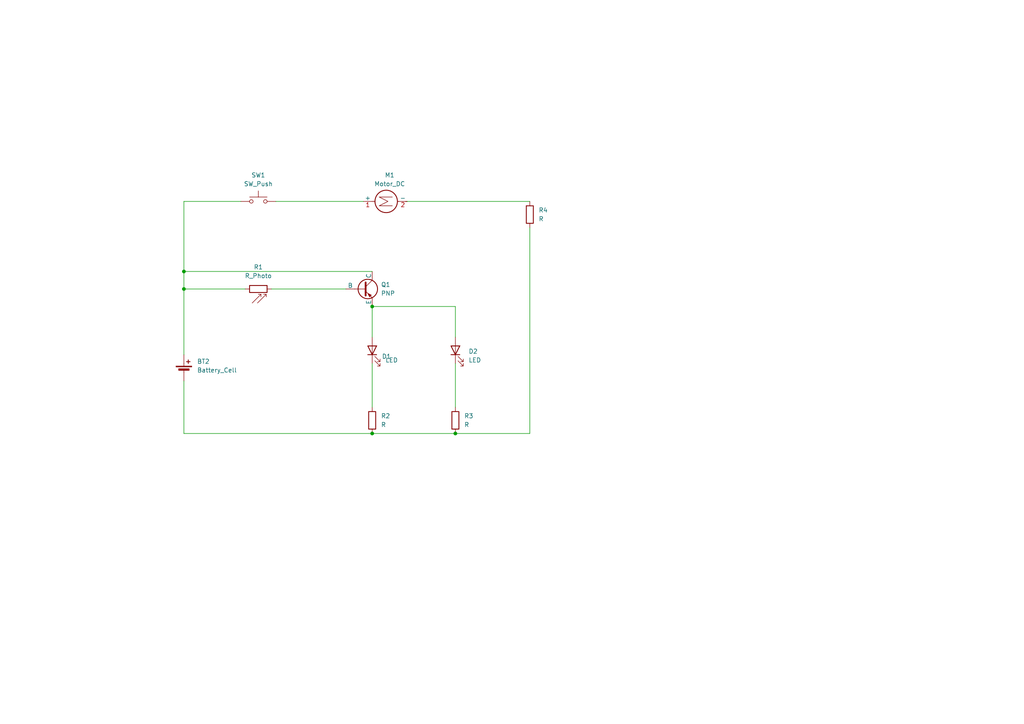
<source format=kicad_sch>
(kicad_sch
	(version 20250114)
	(generator "eeschema")
	(generator_version "9.0")
	(uuid "77c32edd-b8d9-4141-8f2d-d952572ef4f5")
	(paper "A4")
	(lib_symbols
		(symbol "Device:Battery_Cell"
			(pin_numbers
				(hide yes)
			)
			(pin_names
				(offset 0)
				(hide yes)
			)
			(exclude_from_sim no)
			(in_bom yes)
			(on_board yes)
			(property "Reference" "BT"
				(at 2.54 2.54 0)
				(effects
					(font
						(size 1.27 1.27)
					)
					(justify left)
				)
			)
			(property "Value" "Battery_Cell"
				(at 2.54 0 0)
				(effects
					(font
						(size 1.27 1.27)
					)
					(justify left)
				)
			)
			(property "Footprint" ""
				(at 0 1.524 90)
				(effects
					(font
						(size 1.27 1.27)
					)
					(hide yes)
				)
			)
			(property "Datasheet" "~"
				(at 0 1.524 90)
				(effects
					(font
						(size 1.27 1.27)
					)
					(hide yes)
				)
			)
			(property "Description" "Single-cell battery"
				(at 0 0 0)
				(effects
					(font
						(size 1.27 1.27)
					)
					(hide yes)
				)
			)
			(property "ki_keywords" "battery cell"
				(at 0 0 0)
				(effects
					(font
						(size 1.27 1.27)
					)
					(hide yes)
				)
			)
			(symbol "Battery_Cell_0_1"
				(rectangle
					(start -2.286 1.778)
					(end 2.286 1.524)
					(stroke
						(width 0)
						(type default)
					)
					(fill
						(type outline)
					)
				)
				(rectangle
					(start -1.524 1.016)
					(end 1.524 0.508)
					(stroke
						(width 0)
						(type default)
					)
					(fill
						(type outline)
					)
				)
				(polyline
					(pts
						(xy 0 1.778) (xy 0 2.54)
					)
					(stroke
						(width 0)
						(type default)
					)
					(fill
						(type none)
					)
				)
				(polyline
					(pts
						(xy 0 0.762) (xy 0 0)
					)
					(stroke
						(width 0)
						(type default)
					)
					(fill
						(type none)
					)
				)
				(polyline
					(pts
						(xy 0.762 3.048) (xy 1.778 3.048)
					)
					(stroke
						(width 0.254)
						(type default)
					)
					(fill
						(type none)
					)
				)
				(polyline
					(pts
						(xy 1.27 3.556) (xy 1.27 2.54)
					)
					(stroke
						(width 0.254)
						(type default)
					)
					(fill
						(type none)
					)
				)
			)
			(symbol "Battery_Cell_1_1"
				(pin passive line
					(at 0 5.08 270)
					(length 2.54)
					(name "+"
						(effects
							(font
								(size 1.27 1.27)
							)
						)
					)
					(number "1"
						(effects
							(font
								(size 1.27 1.27)
							)
						)
					)
				)
				(pin passive line
					(at 0 -2.54 90)
					(length 2.54)
					(name "-"
						(effects
							(font
								(size 1.27 1.27)
							)
						)
					)
					(number "2"
						(effects
							(font
								(size 1.27 1.27)
							)
						)
					)
				)
			)
			(embedded_fonts no)
		)
		(symbol "Device:LED"
			(pin_numbers
				(hide yes)
			)
			(pin_names
				(offset 1.016)
				(hide yes)
			)
			(exclude_from_sim no)
			(in_bom yes)
			(on_board yes)
			(property "Reference" "D"
				(at 0 2.54 0)
				(effects
					(font
						(size 1.27 1.27)
					)
				)
			)
			(property "Value" "LED"
				(at 0 -2.54 0)
				(effects
					(font
						(size 1.27 1.27)
					)
				)
			)
			(property "Footprint" ""
				(at 0 0 0)
				(effects
					(font
						(size 1.27 1.27)
					)
					(hide yes)
				)
			)
			(property "Datasheet" "~"
				(at 0 0 0)
				(effects
					(font
						(size 1.27 1.27)
					)
					(hide yes)
				)
			)
			(property "Description" "Light emitting diode"
				(at 0 0 0)
				(effects
					(font
						(size 1.27 1.27)
					)
					(hide yes)
				)
			)
			(property "Sim.Pins" "1=K 2=A"
				(at 0 0 0)
				(effects
					(font
						(size 1.27 1.27)
					)
					(hide yes)
				)
			)
			(property "ki_keywords" "LED diode"
				(at 0 0 0)
				(effects
					(font
						(size 1.27 1.27)
					)
					(hide yes)
				)
			)
			(property "ki_fp_filters" "LED* LED_SMD:* LED_THT:*"
				(at 0 0 0)
				(effects
					(font
						(size 1.27 1.27)
					)
					(hide yes)
				)
			)
			(symbol "LED_0_1"
				(polyline
					(pts
						(xy -3.048 -0.762) (xy -4.572 -2.286) (xy -3.81 -2.286) (xy -4.572 -2.286) (xy -4.572 -1.524)
					)
					(stroke
						(width 0)
						(type default)
					)
					(fill
						(type none)
					)
				)
				(polyline
					(pts
						(xy -1.778 -0.762) (xy -3.302 -2.286) (xy -2.54 -2.286) (xy -3.302 -2.286) (xy -3.302 -1.524)
					)
					(stroke
						(width 0)
						(type default)
					)
					(fill
						(type none)
					)
				)
				(polyline
					(pts
						(xy -1.27 0) (xy 1.27 0)
					)
					(stroke
						(width 0)
						(type default)
					)
					(fill
						(type none)
					)
				)
				(polyline
					(pts
						(xy -1.27 -1.27) (xy -1.27 1.27)
					)
					(stroke
						(width 0.254)
						(type default)
					)
					(fill
						(type none)
					)
				)
				(polyline
					(pts
						(xy 1.27 -1.27) (xy 1.27 1.27) (xy -1.27 0) (xy 1.27 -1.27)
					)
					(stroke
						(width 0.254)
						(type default)
					)
					(fill
						(type none)
					)
				)
			)
			(symbol "LED_1_1"
				(pin passive line
					(at -3.81 0 0)
					(length 2.54)
					(name "K"
						(effects
							(font
								(size 1.27 1.27)
							)
						)
					)
					(number "1"
						(effects
							(font
								(size 1.27 1.27)
							)
						)
					)
				)
				(pin passive line
					(at 3.81 0 180)
					(length 2.54)
					(name "A"
						(effects
							(font
								(size 1.27 1.27)
							)
						)
					)
					(number "2"
						(effects
							(font
								(size 1.27 1.27)
							)
						)
					)
				)
			)
			(embedded_fonts no)
		)
		(symbol "Device:R"
			(pin_numbers
				(hide yes)
			)
			(pin_names
				(offset 0)
			)
			(exclude_from_sim no)
			(in_bom yes)
			(on_board yes)
			(property "Reference" "R"
				(at 2.032 0 90)
				(effects
					(font
						(size 1.27 1.27)
					)
				)
			)
			(property "Value" "R"
				(at 0 0 90)
				(effects
					(font
						(size 1.27 1.27)
					)
				)
			)
			(property "Footprint" ""
				(at -1.778 0 90)
				(effects
					(font
						(size 1.27 1.27)
					)
					(hide yes)
				)
			)
			(property "Datasheet" "~"
				(at 0 0 0)
				(effects
					(font
						(size 1.27 1.27)
					)
					(hide yes)
				)
			)
			(property "Description" "Resistor"
				(at 0 0 0)
				(effects
					(font
						(size 1.27 1.27)
					)
					(hide yes)
				)
			)
			(property "ki_keywords" "R res resistor"
				(at 0 0 0)
				(effects
					(font
						(size 1.27 1.27)
					)
					(hide yes)
				)
			)
			(property "ki_fp_filters" "R_*"
				(at 0 0 0)
				(effects
					(font
						(size 1.27 1.27)
					)
					(hide yes)
				)
			)
			(symbol "R_0_1"
				(rectangle
					(start -1.016 -2.54)
					(end 1.016 2.54)
					(stroke
						(width 0.254)
						(type default)
					)
					(fill
						(type none)
					)
				)
			)
			(symbol "R_1_1"
				(pin passive line
					(at 0 3.81 270)
					(length 1.27)
					(name "~"
						(effects
							(font
								(size 1.27 1.27)
							)
						)
					)
					(number "1"
						(effects
							(font
								(size 1.27 1.27)
							)
						)
					)
				)
				(pin passive line
					(at 0 -3.81 90)
					(length 1.27)
					(name "~"
						(effects
							(font
								(size 1.27 1.27)
							)
						)
					)
					(number "2"
						(effects
							(font
								(size 1.27 1.27)
							)
						)
					)
				)
			)
			(embedded_fonts no)
		)
		(symbol "Device:R_Photo"
			(pin_numbers
				(hide yes)
			)
			(pin_names
				(offset 0)
			)
			(exclude_from_sim no)
			(in_bom yes)
			(on_board yes)
			(property "Reference" "R"
				(at 1.27 1.27 0)
				(effects
					(font
						(size 1.27 1.27)
					)
					(justify left)
				)
			)
			(property "Value" "R_Photo"
				(at 1.27 0 0)
				(effects
					(font
						(size 1.27 1.27)
					)
					(justify left top)
				)
			)
			(property "Footprint" ""
				(at 1.27 -6.35 90)
				(effects
					(font
						(size 1.27 1.27)
					)
					(justify left)
					(hide yes)
				)
			)
			(property "Datasheet" "~"
				(at 0 -1.27 0)
				(effects
					(font
						(size 1.27 1.27)
					)
					(hide yes)
				)
			)
			(property "Description" "Photoresistor"
				(at 0 0 0)
				(effects
					(font
						(size 1.27 1.27)
					)
					(hide yes)
				)
			)
			(property "ki_keywords" "resistor variable light sensitive opto LDR"
				(at 0 0 0)
				(effects
					(font
						(size 1.27 1.27)
					)
					(hide yes)
				)
			)
			(property "ki_fp_filters" "*LDR* R?LDR*"
				(at 0 0 0)
				(effects
					(font
						(size 1.27 1.27)
					)
					(hide yes)
				)
			)
			(symbol "R_Photo_0_1"
				(polyline
					(pts
						(xy -1.524 -0.762) (xy -4.064 1.778)
					)
					(stroke
						(width 0)
						(type default)
					)
					(fill
						(type none)
					)
				)
				(polyline
					(pts
						(xy -1.524 -0.762) (xy -2.286 -0.762)
					)
					(stroke
						(width 0)
						(type default)
					)
					(fill
						(type none)
					)
				)
				(polyline
					(pts
						(xy -1.524 -0.762) (xy -1.524 0)
					)
					(stroke
						(width 0)
						(type default)
					)
					(fill
						(type none)
					)
				)
				(polyline
					(pts
						(xy -1.524 -2.286) (xy -4.064 0.254)
					)
					(stroke
						(width 0)
						(type default)
					)
					(fill
						(type none)
					)
				)
				(polyline
					(pts
						(xy -1.524 -2.286) (xy -2.286 -2.286)
					)
					(stroke
						(width 0)
						(type default)
					)
					(fill
						(type none)
					)
				)
				(polyline
					(pts
						(xy -1.524 -2.286) (xy -1.524 -1.524)
					)
					(stroke
						(width 0)
						(type default)
					)
					(fill
						(type none)
					)
				)
				(rectangle
					(start -1.016 2.54)
					(end 1.016 -2.54)
					(stroke
						(width 0.254)
						(type default)
					)
					(fill
						(type none)
					)
				)
			)
			(symbol "R_Photo_1_1"
				(pin passive line
					(at 0 3.81 270)
					(length 1.27)
					(name "~"
						(effects
							(font
								(size 1.27 1.27)
							)
						)
					)
					(number "1"
						(effects
							(font
								(size 1.27 1.27)
							)
						)
					)
				)
				(pin passive line
					(at 0 -3.81 90)
					(length 1.27)
					(name "~"
						(effects
							(font
								(size 1.27 1.27)
							)
						)
					)
					(number "2"
						(effects
							(font
								(size 1.27 1.27)
							)
						)
					)
				)
			)
			(embedded_fonts no)
		)
		(symbol "Motor:Motor_DC"
			(pin_names
				(offset 0)
			)
			(exclude_from_sim no)
			(in_bom yes)
			(on_board yes)
			(property "Reference" "M"
				(at 2.54 2.54 0)
				(effects
					(font
						(size 1.27 1.27)
					)
					(justify left)
				)
			)
			(property "Value" "Motor_DC"
				(at 2.54 -5.08 0)
				(effects
					(font
						(size 1.27 1.27)
					)
					(justify left top)
				)
			)
			(property "Footprint" ""
				(at 0 -2.286 0)
				(effects
					(font
						(size 1.27 1.27)
					)
					(hide yes)
				)
			)
			(property "Datasheet" "~"
				(at 0 -2.286 0)
				(effects
					(font
						(size 1.27 1.27)
					)
					(hide yes)
				)
			)
			(property "Description" "DC Motor"
				(at 0 0 0)
				(effects
					(font
						(size 1.27 1.27)
					)
					(hide yes)
				)
			)
			(property "ki_keywords" "DC Motor"
				(at 0 0 0)
				(effects
					(font
						(size 1.27 1.27)
					)
					(hide yes)
				)
			)
			(property "ki_fp_filters" "PinHeader*P2.54mm* TerminalBlock*"
				(at 0 0 0)
				(effects
					(font
						(size 1.27 1.27)
					)
					(hide yes)
				)
			)
			(symbol "Motor_DC_0_0"
				(polyline
					(pts
						(xy -1.27 -3.302) (xy -1.27 0.508) (xy 0 -2.032) (xy 1.27 0.508) (xy 1.27 -3.302)
					)
					(stroke
						(width 0)
						(type default)
					)
					(fill
						(type none)
					)
				)
			)
			(symbol "Motor_DC_0_1"
				(polyline
					(pts
						(xy 0 2.032) (xy 0 2.54)
					)
					(stroke
						(width 0)
						(type default)
					)
					(fill
						(type none)
					)
				)
				(polyline
					(pts
						(xy 0 1.7272) (xy 0 2.0828)
					)
					(stroke
						(width 0)
						(type default)
					)
					(fill
						(type none)
					)
				)
				(circle
					(center 0 -1.524)
					(radius 3.2512)
					(stroke
						(width 0.254)
						(type default)
					)
					(fill
						(type none)
					)
				)
				(polyline
					(pts
						(xy 0 -4.7752) (xy 0 -5.1816)
					)
					(stroke
						(width 0)
						(type default)
					)
					(fill
						(type none)
					)
				)
				(polyline
					(pts
						(xy 0 -7.62) (xy 0 -7.112)
					)
					(stroke
						(width 0)
						(type default)
					)
					(fill
						(type none)
					)
				)
			)
			(symbol "Motor_DC_1_1"
				(pin passive line
					(at 0 5.08 270)
					(length 2.54)
					(name "+"
						(effects
							(font
								(size 1.27 1.27)
							)
						)
					)
					(number "1"
						(effects
							(font
								(size 1.27 1.27)
							)
						)
					)
				)
				(pin passive line
					(at 0 -7.62 90)
					(length 2.54)
					(name "-"
						(effects
							(font
								(size 1.27 1.27)
							)
						)
					)
					(number "2"
						(effects
							(font
								(size 1.27 1.27)
							)
						)
					)
				)
			)
			(embedded_fonts no)
		)
		(symbol "Simulation_SPICE:PNP"
			(pin_numbers
				(hide yes)
			)
			(pin_names
				(offset 0)
			)
			(exclude_from_sim no)
			(in_bom yes)
			(on_board yes)
			(property "Reference" "Q"
				(at -2.54 7.62 0)
				(effects
					(font
						(size 1.27 1.27)
					)
				)
			)
			(property "Value" "PNP"
				(at -2.54 5.08 0)
				(effects
					(font
						(size 1.27 1.27)
					)
				)
			)
			(property "Footprint" ""
				(at 35.56 0 0)
				(effects
					(font
						(size 1.27 1.27)
					)
					(hide yes)
				)
			)
			(property "Datasheet" "https://ngspice.sourceforge.io/docs/ngspice-html-manual/manual.xhtml#cha_BJTs"
				(at 35.56 0 0)
				(effects
					(font
						(size 1.27 1.27)
					)
					(hide yes)
				)
			)
			(property "Description" "Bipolar transistor symbol for simulation only, substrate tied to the emitter"
				(at 0 0 0)
				(effects
					(font
						(size 1.27 1.27)
					)
					(hide yes)
				)
			)
			(property "Sim.Device" "PNP"
				(at 0 0 0)
				(effects
					(font
						(size 1.27 1.27)
					)
					(hide yes)
				)
			)
			(property "Sim.Type" "GUMMELPOON"
				(at 0 0 0)
				(effects
					(font
						(size 1.27 1.27)
					)
					(hide yes)
				)
			)
			(property "Sim.Pins" "1=C 2=B 3=E"
				(at 0 0 0)
				(effects
					(font
						(size 1.27 1.27)
					)
					(hide yes)
				)
			)
			(property "ki_keywords" "simulation"
				(at 0 0 0)
				(effects
					(font
						(size 1.27 1.27)
					)
					(hide yes)
				)
			)
			(symbol "PNP_0_1"
				(polyline
					(pts
						(xy -2.54 0) (xy 0.635 0)
					)
					(stroke
						(width 0.1524)
						(type default)
					)
					(fill
						(type none)
					)
				)
				(polyline
					(pts
						(xy 0.635 1.905) (xy 0.635 -1.905) (xy 0.635 -1.905)
					)
					(stroke
						(width 0.508)
						(type default)
					)
					(fill
						(type none)
					)
				)
				(polyline
					(pts
						(xy 0.635 0.635) (xy 2.54 2.54)
					)
					(stroke
						(width 0)
						(type default)
					)
					(fill
						(type none)
					)
				)
				(polyline
					(pts
						(xy 0.635 -0.635) (xy 2.54 -2.54) (xy 2.54 -2.54)
					)
					(stroke
						(width 0)
						(type default)
					)
					(fill
						(type none)
					)
				)
				(circle
					(center 1.27 0)
					(radius 2.8194)
					(stroke
						(width 0.254)
						(type default)
					)
					(fill
						(type none)
					)
				)
				(polyline
					(pts
						(xy 2.286 -1.778) (xy 1.778 -2.286) (xy 1.27 -1.27) (xy 2.286 -1.778) (xy 2.286 -1.778)
					)
					(stroke
						(width 0)
						(type default)
					)
					(fill
						(type outline)
					)
				)
			)
			(symbol "PNP_1_1"
				(pin input line
					(at -5.08 0 0)
					(length 2.54)
					(name "B"
						(effects
							(font
								(size 1.27 1.27)
							)
						)
					)
					(number "2"
						(effects
							(font
								(size 1.27 1.27)
							)
						)
					)
				)
				(pin open_collector line
					(at 2.54 5.08 270)
					(length 2.54)
					(name "C"
						(effects
							(font
								(size 1.27 1.27)
							)
						)
					)
					(number "1"
						(effects
							(font
								(size 1.27 1.27)
							)
						)
					)
				)
				(pin open_emitter line
					(at 2.54 -5.08 90)
					(length 2.54)
					(name "E"
						(effects
							(font
								(size 1.27 1.27)
							)
						)
					)
					(number "3"
						(effects
							(font
								(size 1.27 1.27)
							)
						)
					)
				)
			)
			(embedded_fonts no)
		)
		(symbol "Switch:SW_Push"
			(pin_numbers
				(hide yes)
			)
			(pin_names
				(offset 1.016)
				(hide yes)
			)
			(exclude_from_sim no)
			(in_bom yes)
			(on_board yes)
			(property "Reference" "SW"
				(at 1.27 2.54 0)
				(effects
					(font
						(size 1.27 1.27)
					)
					(justify left)
				)
			)
			(property "Value" "SW_Push"
				(at 0 -1.524 0)
				(effects
					(font
						(size 1.27 1.27)
					)
				)
			)
			(property "Footprint" ""
				(at 0 5.08 0)
				(effects
					(font
						(size 1.27 1.27)
					)
					(hide yes)
				)
			)
			(property "Datasheet" "~"
				(at 0 5.08 0)
				(effects
					(font
						(size 1.27 1.27)
					)
					(hide yes)
				)
			)
			(property "Description" "Push button switch, generic, two pins"
				(at 0 0 0)
				(effects
					(font
						(size 1.27 1.27)
					)
					(hide yes)
				)
			)
			(property "ki_keywords" "switch normally-open pushbutton push-button"
				(at 0 0 0)
				(effects
					(font
						(size 1.27 1.27)
					)
					(hide yes)
				)
			)
			(symbol "SW_Push_0_1"
				(circle
					(center -2.032 0)
					(radius 0.508)
					(stroke
						(width 0)
						(type default)
					)
					(fill
						(type none)
					)
				)
				(polyline
					(pts
						(xy 0 1.27) (xy 0 3.048)
					)
					(stroke
						(width 0)
						(type default)
					)
					(fill
						(type none)
					)
				)
				(circle
					(center 2.032 0)
					(radius 0.508)
					(stroke
						(width 0)
						(type default)
					)
					(fill
						(type none)
					)
				)
				(polyline
					(pts
						(xy 2.54 1.27) (xy -2.54 1.27)
					)
					(stroke
						(width 0)
						(type default)
					)
					(fill
						(type none)
					)
				)
				(pin passive line
					(at -5.08 0 0)
					(length 2.54)
					(name "1"
						(effects
							(font
								(size 1.27 1.27)
							)
						)
					)
					(number "1"
						(effects
							(font
								(size 1.27 1.27)
							)
						)
					)
				)
				(pin passive line
					(at 5.08 0 180)
					(length 2.54)
					(name "2"
						(effects
							(font
								(size 1.27 1.27)
							)
						)
					)
					(number "2"
						(effects
							(font
								(size 1.27 1.27)
							)
						)
					)
				)
			)
			(embedded_fonts no)
		)
	)
	(junction
		(at 53.34 83.82)
		(diameter 0)
		(color 0 0 0 0)
		(uuid "6f3edd6f-aad9-4d7e-8a14-2fcfdce54acd")
	)
	(junction
		(at 107.95 88.9)
		(diameter 0)
		(color 0 0 0 0)
		(uuid "739b1397-fdaf-4c93-a39d-a060bda44a18")
	)
	(junction
		(at 132.08 125.73)
		(diameter 0)
		(color 0 0 0 0)
		(uuid "b1e67fb1-9ef5-4b4a-9fbd-569df0949779")
	)
	(junction
		(at 107.95 125.73)
		(diameter 0)
		(color 0 0 0 0)
		(uuid "e1e17b7b-921d-4912-99de-e66c9a01d109")
	)
	(junction
		(at 53.34 78.74)
		(diameter 0)
		(color 0 0 0 0)
		(uuid "f482958c-c755-4b2f-82c5-8c470305f715")
	)
	(wire
		(pts
			(xy 53.34 78.74) (xy 107.95 78.74)
		)
		(stroke
			(width 0)
			(type default)
		)
		(uuid "098dbfd8-e14d-478e-90ec-4215bf5c19d2")
	)
	(wire
		(pts
			(xy 107.95 125.73) (xy 132.08 125.73)
		)
		(stroke
			(width 0)
			(type default)
		)
		(uuid "194ee0e4-8289-4501-9f42-32d8c00c948c")
	)
	(wire
		(pts
			(xy 53.34 78.74) (xy 53.34 58.42)
		)
		(stroke
			(width 0)
			(type default)
		)
		(uuid "1dd6b328-9ee6-4e3e-894b-24207c5fc729")
	)
	(wire
		(pts
			(xy 132.08 105.41) (xy 132.08 118.11)
		)
		(stroke
			(width 0)
			(type default)
		)
		(uuid "22237643-266c-45fa-8b57-a1d9670b4b35")
	)
	(wire
		(pts
			(xy 53.34 83.82) (xy 53.34 78.74)
		)
		(stroke
			(width 0)
			(type default)
		)
		(uuid "2498592b-12c8-4589-8d43-2bc351dd768f")
	)
	(wire
		(pts
			(xy 107.95 88.9) (xy 107.95 97.79)
		)
		(stroke
			(width 0)
			(type default)
		)
		(uuid "3050c304-edbd-4b8f-be05-35d5a4c2ae5f")
	)
	(wire
		(pts
			(xy 107.95 125.73) (xy 53.34 125.73)
		)
		(stroke
			(width 0)
			(type default)
		)
		(uuid "3356219e-8346-4003-a39a-1828a44a1105")
	)
	(wire
		(pts
			(xy 53.34 102.87) (xy 53.34 83.82)
		)
		(stroke
			(width 0)
			(type default)
		)
		(uuid "36eeea29-0536-4ac3-8538-17e7936edada")
	)
	(wire
		(pts
			(xy 107.95 105.41) (xy 107.95 118.11)
		)
		(stroke
			(width 0)
			(type default)
		)
		(uuid "48f9d377-6597-48dc-a7ce-856d1324de0d")
	)
	(wire
		(pts
			(xy 78.74 83.82) (xy 100.33 83.82)
		)
		(stroke
			(width 0)
			(type default)
		)
		(uuid "93f40237-d6be-4442-a4b4-8baab84c101a")
	)
	(wire
		(pts
			(xy 53.34 83.82) (xy 71.12 83.82)
		)
		(stroke
			(width 0)
			(type default)
		)
		(uuid "9653f1bc-d74b-478f-974d-5a01985e0213")
	)
	(wire
		(pts
			(xy 53.34 58.42) (xy 69.85 58.42)
		)
		(stroke
			(width 0)
			(type default)
		)
		(uuid "b4f35b46-b57d-4a0c-b0f7-f4d625f47b37")
	)
	(wire
		(pts
			(xy 53.34 125.73) (xy 53.34 110.49)
		)
		(stroke
			(width 0)
			(type default)
		)
		(uuid "c63d4622-aa7f-464a-bcfc-2109f7ca86b0")
	)
	(wire
		(pts
			(xy 153.67 125.73) (xy 132.08 125.73)
		)
		(stroke
			(width 0)
			(type default)
		)
		(uuid "c91eca1b-1865-4582-b83e-38dbbaf9cff8")
	)
	(wire
		(pts
			(xy 153.67 66.04) (xy 153.67 125.73)
		)
		(stroke
			(width 0)
			(type default)
		)
		(uuid "cfbf253c-4cdc-45f9-9f6a-b52e96927e51")
	)
	(wire
		(pts
			(xy 118.11 58.42) (xy 153.67 58.42)
		)
		(stroke
			(width 0)
			(type default)
		)
		(uuid "d3934813-6d8b-402f-85c7-9cc6513bd929")
	)
	(wire
		(pts
			(xy 107.95 88.9) (xy 132.08 88.9)
		)
		(stroke
			(width 0)
			(type default)
		)
		(uuid "da6c4ca1-c007-4f07-a652-52a346c93716")
	)
	(wire
		(pts
			(xy 80.01 58.42) (xy 105.41 58.42)
		)
		(stroke
			(width 0)
			(type default)
		)
		(uuid "dd3db2ce-4e6c-4ccb-acc9-c135c5dcf629")
	)
	(wire
		(pts
			(xy 132.08 88.9) (xy 132.08 97.79)
		)
		(stroke
			(width 0)
			(type default)
		)
		(uuid "fd758d1c-ce04-4bb7-b911-b358bd3eb575")
	)
	(symbol
		(lib_id "Device:Battery_Cell")
		(at 53.34 107.95 0)
		(unit 1)
		(exclude_from_sim no)
		(in_bom yes)
		(on_board yes)
		(dnp no)
		(fields_autoplaced yes)
		(uuid "0436fec6-fe70-47ef-812b-84820723180b")
		(property "Reference" "BT2"
			(at 57.15 104.8384 0)
			(effects
				(font
					(size 1.27 1.27)
				)
				(justify left)
			)
		)
		(property "Value" "Battery_Cell"
			(at 57.15 107.3784 0)
			(effects
				(font
					(size 1.27 1.27)
				)
				(justify left)
			)
		)
		(property "Footprint" "Battery:BatteryHolder_Keystone_3034_1x20mm"
			(at 53.34 106.426 90)
			(effects
				(font
					(size 1.27 1.27)
				)
				(hide yes)
			)
		)
		(property "Datasheet" "~"
			(at 53.34 106.426 90)
			(effects
				(font
					(size 1.27 1.27)
				)
				(hide yes)
			)
		)
		(property "Description" "Single-cell battery"
			(at 53.34 107.95 0)
			(effects
				(font
					(size 1.27 1.27)
				)
				(hide yes)
			)
		)
		(pin "1"
			(uuid "9c39ca4b-8942-4c06-b085-ad86639192e1")
		)
		(pin "2"
			(uuid "5f9f60f6-6e89-4071-99cb-e35ec63d6b17")
		)
		(instances
			(project ""
				(path "/77c32edd-b8d9-4141-8f2d-d952572ef4f5"
					(reference "BT2")
					(unit 1)
				)
			)
		)
	)
	(symbol
		(lib_id "Switch:SW_Push")
		(at 74.93 58.42 0)
		(unit 1)
		(exclude_from_sim no)
		(in_bom yes)
		(on_board yes)
		(dnp no)
		(fields_autoplaced yes)
		(uuid "087f0958-7eb9-4c07-a88c-42a6851b12b9")
		(property "Reference" "SW1"
			(at 74.93 50.8 0)
			(effects
				(font
					(size 1.27 1.27)
				)
			)
		)
		(property "Value" "SW_Push"
			(at 74.93 53.34 0)
			(effects
				(font
					(size 1.27 1.27)
				)
			)
		)
		(property "Footprint" "Button_Switch_THT:SW_PUSH_6mm"
			(at 74.93 53.34 0)
			(effects
				(font
					(size 1.27 1.27)
				)
				(hide yes)
			)
		)
		(property "Datasheet" "~"
			(at 74.93 53.34 0)
			(effects
				(font
					(size 1.27 1.27)
				)
				(hide yes)
			)
		)
		(property "Description" "Push button switch, generic, two pins"
			(at 74.93 58.42 0)
			(effects
				(font
					(size 1.27 1.27)
				)
				(hide yes)
			)
		)
		(pin "2"
			(uuid "da8dd34b-6a46-4575-8d44-528c8d6a97c0")
		)
		(pin "1"
			(uuid "63113b5c-ebf8-41e0-8f5e-a7ae80adc9bb")
		)
		(instances
			(project ""
				(path "/77c32edd-b8d9-4141-8f2d-d952572ef4f5"
					(reference "SW1")
					(unit 1)
				)
			)
		)
	)
	(symbol
		(lib_id "Device:R")
		(at 107.95 121.92 0)
		(unit 1)
		(exclude_from_sim no)
		(in_bom yes)
		(on_board yes)
		(dnp no)
		(fields_autoplaced yes)
		(uuid "3b4f26f7-c50c-4469-acba-df34b83f4dab")
		(property "Reference" "R2"
			(at 110.49 120.6499 0)
			(effects
				(font
					(size 1.27 1.27)
				)
				(justify left)
			)
		)
		(property "Value" "R"
			(at 110.49 123.1899 0)
			(effects
				(font
					(size 1.27 1.27)
				)
				(justify left)
			)
		)
		(property "Footprint" "Resistor_THT:R_Axial_DIN0207_L6.3mm_D2.5mm_P7.62mm_Horizontal"
			(at 106.172 121.92 90)
			(effects
				(font
					(size 1.27 1.27)
				)
				(hide yes)
			)
		)
		(property "Datasheet" "~"
			(at 107.95 121.92 0)
			(effects
				(font
					(size 1.27 1.27)
				)
				(hide yes)
			)
		)
		(property "Description" "Resistor"
			(at 107.95 121.92 0)
			(effects
				(font
					(size 1.27 1.27)
				)
				(hide yes)
			)
		)
		(pin "1"
			(uuid "0a978331-fefb-4bfc-b2be-0282c6e37556")
		)
		(pin "2"
			(uuid "d8a45f05-6f8c-4325-a8f0-8610718bec46")
		)
		(instances
			(project ""
				(path "/77c32edd-b8d9-4141-8f2d-d952572ef4f5"
					(reference "R2")
					(unit 1)
				)
			)
		)
	)
	(symbol
		(lib_id "Device:LED")
		(at 132.08 101.6 90)
		(unit 1)
		(exclude_from_sim no)
		(in_bom yes)
		(on_board yes)
		(dnp no)
		(fields_autoplaced yes)
		(uuid "941bf43d-784c-4a71-be97-97fbb67f03de")
		(property "Reference" "D2"
			(at 135.89 101.9174 90)
			(effects
				(font
					(size 1.27 1.27)
				)
				(justify right)
			)
		)
		(property "Value" "LED"
			(at 135.89 104.4574 90)
			(effects
				(font
					(size 1.27 1.27)
				)
				(justify right)
			)
		)
		(property "Footprint" "LED_THT:LED_D5.0mm"
			(at 132.08 101.6 0)
			(effects
				(font
					(size 1.27 1.27)
				)
				(hide yes)
			)
		)
		(property "Datasheet" "~"
			(at 132.08 101.6 0)
			(effects
				(font
					(size 1.27 1.27)
				)
				(hide yes)
			)
		)
		(property "Description" "Light emitting diode"
			(at 132.08 101.6 0)
			(effects
				(font
					(size 1.27 1.27)
				)
				(hide yes)
			)
		)
		(property "Sim.Pins" "1=K 2=A"
			(at 132.08 101.6 0)
			(effects
				(font
					(size 1.27 1.27)
				)
				(hide yes)
			)
		)
		(pin "2"
			(uuid "14e3f72b-7d87-48db-af23-01d4b3690f1b")
		)
		(pin "1"
			(uuid "2344b631-adca-4584-9e9f-b32dc0707805")
		)
		(instances
			(project ""
				(path "/77c32edd-b8d9-4141-8f2d-d952572ef4f5"
					(reference "D2")
					(unit 1)
				)
			)
		)
	)
	(symbol
		(lib_id "Device:R")
		(at 153.67 62.23 0)
		(unit 1)
		(exclude_from_sim no)
		(in_bom yes)
		(on_board yes)
		(dnp no)
		(fields_autoplaced yes)
		(uuid "b6a9770d-e77f-4372-87ad-ae8559bc4634")
		(property "Reference" "R4"
			(at 156.21 60.9599 0)
			(effects
				(font
					(size 1.27 1.27)
				)
				(justify left)
			)
		)
		(property "Value" "R"
			(at 156.21 63.4999 0)
			(effects
				(font
					(size 1.27 1.27)
				)
				(justify left)
			)
		)
		(property "Footprint" "Resistor_THT:R_Axial_DIN0207_L6.3mm_D2.5mm_P7.62mm_Horizontal"
			(at 151.892 62.23 90)
			(effects
				(font
					(size 1.27 1.27)
				)
				(hide yes)
			)
		)
		(property "Datasheet" "~"
			(at 153.67 62.23 0)
			(effects
				(font
					(size 1.27 1.27)
				)
				(hide yes)
			)
		)
		(property "Description" "Resistor"
			(at 153.67 62.23 0)
			(effects
				(font
					(size 1.27 1.27)
				)
				(hide yes)
			)
		)
		(pin "1"
			(uuid "3704bd4b-4105-42a8-b061-9021bdacebcd")
		)
		(pin "2"
			(uuid "6cc0c31a-088e-4117-862d-97ad9684dc7d")
		)
		(instances
			(project ""
				(path "/77c32edd-b8d9-4141-8f2d-d952572ef4f5"
					(reference "R4")
					(unit 1)
				)
			)
		)
	)
	(symbol
		(lib_id "Device:R_Photo")
		(at 74.93 83.82 90)
		(unit 1)
		(exclude_from_sim no)
		(in_bom yes)
		(on_board yes)
		(dnp no)
		(fields_autoplaced yes)
		(uuid "bd55bb0f-b7f2-471c-8cd4-8d3c5100cef6")
		(property "Reference" "R1"
			(at 74.93 77.47 90)
			(effects
				(font
					(size 1.27 1.27)
				)
			)
		)
		(property "Value" "R_Photo"
			(at 74.93 80.01 90)
			(effects
				(font
					(size 1.27 1.27)
				)
			)
		)
		(property "Footprint" "OptoDevice:R_LDR_5.1x4.3mm_P3.4mm_Vertical"
			(at 81.28 82.55 90)
			(effects
				(font
					(size 1.27 1.27)
				)
				(justify left)
				(hide yes)
			)
		)
		(property "Datasheet" "~"
			(at 76.2 83.82 0)
			(effects
				(font
					(size 1.27 1.27)
				)
				(hide yes)
			)
		)
		(property "Description" "Photoresistor"
			(at 74.93 83.82 0)
			(effects
				(font
					(size 1.27 1.27)
				)
				(hide yes)
			)
		)
		(pin "2"
			(uuid "4d8afd01-8f34-405b-92b4-5f8b1af42466")
		)
		(pin "1"
			(uuid "bfb103fa-7ba1-4908-8285-20e1c00c041f")
		)
		(instances
			(project ""
				(path "/77c32edd-b8d9-4141-8f2d-d952572ef4f5"
					(reference "R1")
					(unit 1)
				)
			)
		)
	)
	(symbol
		(lib_id "Device:R")
		(at 132.08 121.92 0)
		(unit 1)
		(exclude_from_sim no)
		(in_bom yes)
		(on_board yes)
		(dnp no)
		(fields_autoplaced yes)
		(uuid "d1726467-3e70-4d3e-903e-291cd0b59786")
		(property "Reference" "R3"
			(at 134.62 120.6499 0)
			(effects
				(font
					(size 1.27 1.27)
				)
				(justify left)
			)
		)
		(property "Value" "R"
			(at 134.62 123.1899 0)
			(effects
				(font
					(size 1.27 1.27)
				)
				(justify left)
			)
		)
		(property "Footprint" "Resistor_THT:R_Axial_DIN0207_L6.3mm_D2.5mm_P7.62mm_Horizontal"
			(at 130.302 121.92 90)
			(effects
				(font
					(size 1.27 1.27)
				)
				(hide yes)
			)
		)
		(property "Datasheet" "~"
			(at 132.08 121.92 0)
			(effects
				(font
					(size 1.27 1.27)
				)
				(hide yes)
			)
		)
		(property "Description" "Resistor"
			(at 132.08 121.92 0)
			(effects
				(font
					(size 1.27 1.27)
				)
				(hide yes)
			)
		)
		(pin "2"
			(uuid "21f853d0-d960-42be-a901-2202831497fe")
		)
		(pin "1"
			(uuid "d8a1c635-626e-4fec-8cab-49d9b20c86f3")
		)
		(instances
			(project ""
				(path "/77c32edd-b8d9-4141-8f2d-d952572ef4f5"
					(reference "R3")
					(unit 1)
				)
			)
		)
	)
	(symbol
		(lib_id "Device:LED")
		(at 107.95 101.6 90)
		(unit 1)
		(exclude_from_sim no)
		(in_bom yes)
		(on_board yes)
		(dnp no)
		(uuid "d611cbbb-eaa9-4a46-9536-fcfe28bb1282")
		(property "Reference" "D1"
			(at 110.744 103.378 90)
			(effects
				(font
					(size 1.27 1.27)
				)
				(justify right)
			)
		)
		(property "Value" "LED"
			(at 111.76 104.4574 90)
			(effects
				(font
					(size 1.27 1.27)
				)
				(justify right)
			)
		)
		(property "Footprint" "LED_THT:LED_D5.0mm"
			(at 107.95 101.6 0)
			(effects
				(font
					(size 1.27 1.27)
				)
				(hide yes)
			)
		)
		(property "Datasheet" "~"
			(at 107.95 101.6 0)
			(effects
				(font
					(size 1.27 1.27)
				)
				(hide yes)
			)
		)
		(property "Description" "Light emitting diode"
			(at 107.95 101.6 0)
			(effects
				(font
					(size 1.27 1.27)
				)
				(hide yes)
			)
		)
		(property "Sim.Pins" "1=K 2=A"
			(at 107.95 101.6 0)
			(effects
				(font
					(size 1.27 1.27)
				)
				(hide yes)
			)
		)
		(pin "1"
			(uuid "77e12a2a-0303-4298-a4c7-a47d77f281b1")
		)
		(pin "2"
			(uuid "99bd62e4-8a03-438c-b8c8-0a6573ab3aa8")
		)
		(instances
			(project ""
				(path "/77c32edd-b8d9-4141-8f2d-d952572ef4f5"
					(reference "D1")
					(unit 1)
				)
			)
		)
	)
	(symbol
		(lib_id "Motor:Motor_DC")
		(at 110.49 58.42 90)
		(unit 1)
		(exclude_from_sim no)
		(in_bom yes)
		(on_board yes)
		(dnp no)
		(fields_autoplaced yes)
		(uuid "d7161724-7796-494a-a3d0-f7fb6f08e425")
		(property "Reference" "M1"
			(at 113.03 50.8 90)
			(effects
				(font
					(size 1.27 1.27)
				)
			)
		)
		(property "Value" "Motor_DC"
			(at 113.03 53.34 90)
			(effects
				(font
					(size 1.27 1.27)
				)
			)
		)
		(property "Footprint" "Connector_PinHeader_2.54mm:PinHeader_1x02_P2.54mm_Vertical"
			(at 112.776 58.42 0)
			(effects
				(font
					(size 1.27 1.27)
				)
				(hide yes)
			)
		)
		(property "Datasheet" "~"
			(at 112.776 58.42 0)
			(effects
				(font
					(size 1.27 1.27)
				)
				(hide yes)
			)
		)
		(property "Description" "DC Motor"
			(at 110.49 58.42 0)
			(effects
				(font
					(size 1.27 1.27)
				)
				(hide yes)
			)
		)
		(pin "1"
			(uuid "d014a929-5da6-420e-93d5-069dc3c4123e")
		)
		(pin "2"
			(uuid "2b4a3c79-e017-4b7a-aa27-c1f39a0b0f75")
		)
		(instances
			(project ""
				(path "/77c32edd-b8d9-4141-8f2d-d952572ef4f5"
					(reference "M1")
					(unit 1)
				)
			)
		)
	)
	(symbol
		(lib_id "Simulation_SPICE:PNP")
		(at 105.41 83.82 0)
		(unit 1)
		(exclude_from_sim no)
		(in_bom yes)
		(on_board yes)
		(dnp no)
		(fields_autoplaced yes)
		(uuid "f37c8648-fb88-456f-ad83-18664a223fee")
		(property "Reference" "Q1"
			(at 110.49 82.5499 0)
			(effects
				(font
					(size 1.27 1.27)
				)
				(justify left)
			)
		)
		(property "Value" "PNP"
			(at 110.49 85.0899 0)
			(effects
				(font
					(size 1.27 1.27)
				)
				(justify left)
			)
		)
		(property "Footprint" "Package_TO_SOT_THT:TO-92L_HandSolder"
			(at 140.97 83.82 0)
			(effects
				(font
					(size 1.27 1.27)
				)
				(hide yes)
			)
		)
		(property "Datasheet" "https://ngspice.sourceforge.io/docs/ngspice-html-manual/manual.xhtml#cha_BJTs"
			(at 140.97 83.82 0)
			(effects
				(font
					(size 1.27 1.27)
				)
				(hide yes)
			)
		)
		(property "Description" "Bipolar transistor symbol for simulation only, substrate tied to the emitter"
			(at 105.41 83.82 0)
			(effects
				(font
					(size 1.27 1.27)
				)
				(hide yes)
			)
		)
		(property "Sim.Device" "PNP"
			(at 105.41 83.82 0)
			(effects
				(font
					(size 1.27 1.27)
				)
				(hide yes)
			)
		)
		(property "Sim.Type" "GUMMELPOON"
			(at 105.41 83.82 0)
			(effects
				(font
					(size 1.27 1.27)
				)
				(hide yes)
			)
		)
		(property "Sim.Pins" "1=C 2=B 3=E"
			(at 105.41 83.82 0)
			(effects
				(font
					(size 1.27 1.27)
				)
				(hide yes)
			)
		)
		(pin "1"
			(uuid "50dc2726-70e5-4a5b-aa08-1bd21290fe9c")
		)
		(pin "2"
			(uuid "5ac0a208-30f4-415a-bae5-eed4b0517eee")
		)
		(pin "3"
			(uuid "5a3edeed-5edc-4015-a81e-9a25afe97893")
		)
		(instances
			(project ""
				(path "/77c32edd-b8d9-4141-8f2d-d952572ef4f5"
					(reference "Q1")
					(unit 1)
				)
			)
		)
	)
	(sheet_instances
		(path "/"
			(page "1")
		)
	)
	(embedded_fonts no)
)

</source>
